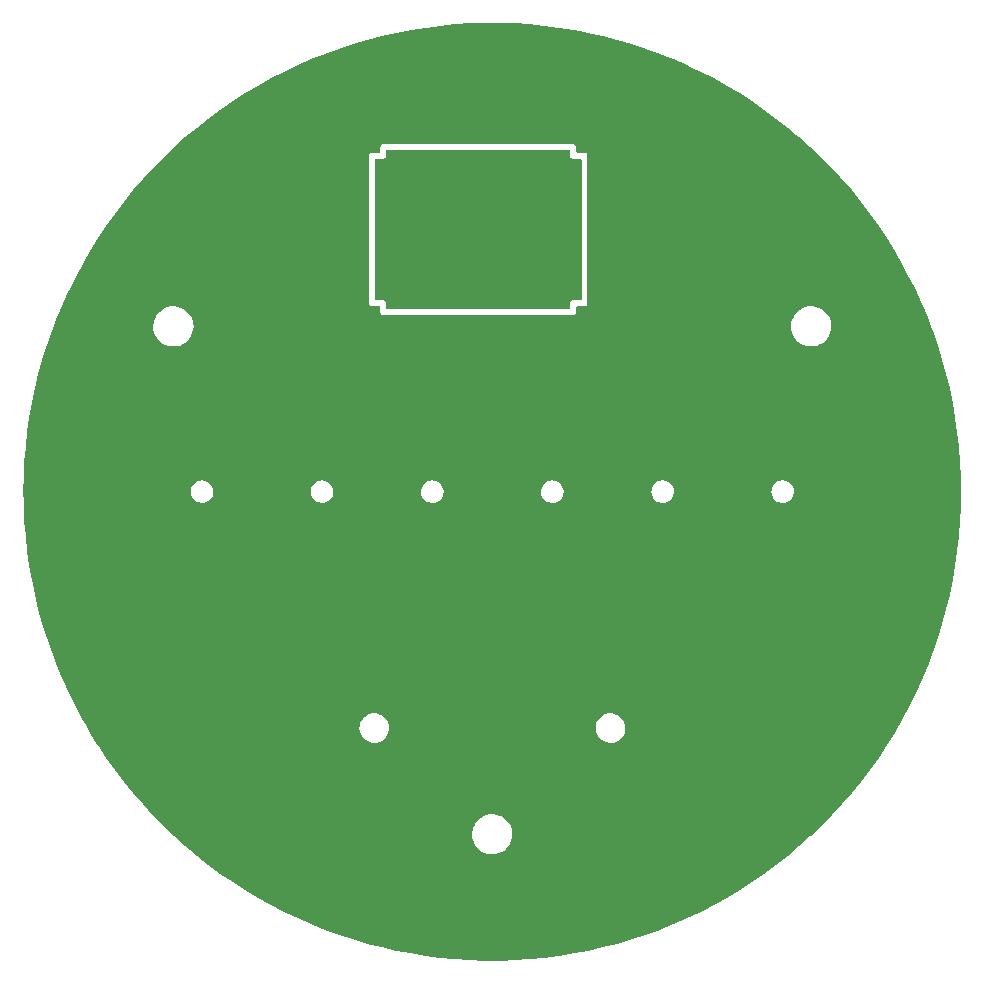
<source format=gbr>
%TF.GenerationSoftware,KiCad,Pcbnew,(7.0.0-0)*%
%TF.CreationDate,2023-03-07T20:42:41-06:00*%
%TF.ProjectId,RP2040_minimal,52503230-3430-45f6-9d69-6e696d616c2e,REV1*%
%TF.SameCoordinates,Original*%
%TF.FileFunction,Copper,L2,Bot*%
%TF.FilePolarity,Positive*%
%FSLAX46Y46*%
G04 Gerber Fmt 4.6, Leading zero omitted, Abs format (unit mm)*
G04 Created by KiCad (PCBNEW (7.0.0-0)) date 2023-03-07 20:42:41*
%MOMM*%
%LPD*%
G01*
G04 APERTURE LIST*
G04 APERTURE END LIST*
%TA.AperFunction,Conductor*%
%TO.N,GND*%
G36*
X6550625Y28946237D02*
G01*
X6586862Y28910000D01*
X6600125Y28860500D01*
X6600125Y28494426D01*
X6598223Y28475113D01*
X6595217Y28460000D01*
X6597119Y28450438D01*
X6600125Y28435326D01*
X6612756Y28371823D01*
X6612757Y28371820D01*
X6614659Y28362260D01*
X6670024Y28279399D01*
X6752885Y28224034D01*
X6850625Y28204592D01*
X6865737Y28207599D01*
X6885051Y28209500D01*
X7451125Y28209500D01*
X7500625Y28196237D01*
X7536862Y28160000D01*
X7550125Y28110500D01*
X7550125Y16309500D01*
X7536862Y16260000D01*
X7500625Y16223763D01*
X7451125Y16210500D01*
X6885051Y16210500D01*
X6865737Y16212402D01*
X6860187Y16213506D01*
X6850625Y16215408D01*
X6841063Y16213506D01*
X6825951Y16210500D01*
X6762447Y16197869D01*
X6762442Y16197868D01*
X6752885Y16195966D01*
X6744781Y16190552D01*
X6744778Y16190550D01*
X6678133Y16146020D01*
X6678130Y16146018D01*
X6670024Y16140601D01*
X6664607Y16132495D01*
X6664605Y16132492D01*
X6620075Y16065847D01*
X6620073Y16065844D01*
X6614659Y16057740D01*
X6612757Y16048183D01*
X6612756Y16048178D01*
X6604612Y16007233D01*
X6595217Y15960000D01*
X6597119Y15950438D01*
X6598223Y15944888D01*
X6600125Y15925574D01*
X6600125Y15559500D01*
X6586862Y15510000D01*
X6550625Y15473763D01*
X6501125Y15460500D01*
X-8881125Y15460500D01*
X-8930625Y15473763D01*
X-8966862Y15510000D01*
X-8980125Y15559500D01*
X-8980125Y15925574D01*
X-8978223Y15944888D01*
X-8977119Y15950438D01*
X-8975217Y15960000D01*
X-8994659Y16057740D01*
X-9050024Y16140601D01*
X-9132885Y16195966D01*
X-9142445Y16197868D01*
X-9142448Y16197869D01*
X-9205951Y16210500D01*
X-9221063Y16213506D01*
X-9230625Y16215408D01*
X-9240187Y16213506D01*
X-9245737Y16212402D01*
X-9265051Y16210500D01*
X-9831125Y16210500D01*
X-9880625Y16223763D01*
X-9916862Y16260000D01*
X-9930125Y16309500D01*
X-9930125Y28110500D01*
X-9916862Y28160000D01*
X-9880625Y28196237D01*
X-9831125Y28209500D01*
X-9265051Y28209500D01*
X-9245738Y28207599D01*
X-9230625Y28204592D01*
X-9132885Y28224034D01*
X-9050024Y28279399D01*
X-8994659Y28362260D01*
X-8980125Y28435326D01*
X-8975217Y28460000D01*
X-8978224Y28475113D01*
X-8980125Y28494426D01*
X-8980125Y28860500D01*
X-8966862Y28910000D01*
X-8930625Y28946237D01*
X-8881125Y28959500D01*
X6501125Y28959500D01*
X6550625Y28946237D01*
G37*
%TD.AperFunction*%
%TA.AperFunction,Conductor*%
G36*
X631446Y39694453D02*
G01*
X1887433Y39654584D01*
X1890490Y39654438D01*
X3144637Y39574735D01*
X3147726Y39574489D01*
X4398656Y39455040D01*
X4401768Y39454693D01*
X5605349Y39301093D01*
X5648300Y39295611D01*
X5651409Y39295163D01*
X6892177Y39096626D01*
X6895271Y39096081D01*
X7429066Y38993201D01*
X8129172Y38858267D01*
X8132236Y38857627D01*
X9358004Y38580774D01*
X9361028Y38580040D01*
X10577351Y38264448D01*
X10580378Y38263611D01*
X11786095Y37909581D01*
X11789078Y37908654D01*
X12982925Y37516556D01*
X12985892Y37515530D01*
X14166765Y37085728D01*
X14169665Y37084619D01*
X15336237Y36617593D01*
X15339129Y36616382D01*
X16490354Y36112554D01*
X16493150Y36111277D01*
X16910876Y35912439D01*
X17627812Y35571176D01*
X17630626Y35569781D01*
X18747539Y34993973D01*
X18750308Y34992489D01*
X19848377Y34381540D01*
X19851095Y34379971D01*
X20929254Y33734474D01*
X20931907Y33732827D01*
X21989018Y33053463D01*
X21991634Y33051723D01*
X23026669Y32339153D01*
X23029228Y32337331D01*
X24041144Y31592273D01*
X24043644Y31590370D01*
X25031416Y30813579D01*
X25033817Y30811628D01*
X25722706Y30233581D01*
X25996439Y30003891D01*
X25998813Y30001834D01*
X26935299Y29163984D01*
X26937607Y29161853D01*
X27847068Y28294683D01*
X27849307Y28292479D01*
X28730780Y27396908D01*
X28732948Y27394634D01*
X29225847Y26860995D01*
X29416589Y26654487D01*
X29585567Y26471543D01*
X29587648Y26469217D01*
X30410550Y25519537D01*
X30412569Y25517131D01*
X31204930Y24541815D01*
X31206872Y24539345D01*
X31967861Y23539417D01*
X31969724Y23536888D01*
X32698647Y22513258D01*
X32700428Y22510670D01*
X33396468Y21464488D01*
X33398167Y21461845D01*
X34060677Y20394083D01*
X34062291Y20391388D01*
X34690601Y19303121D01*
X34692128Y19300376D01*
X35229027Y18298301D01*
X35285586Y18192740D01*
X35287025Y18189948D01*
X35845026Y17064066D01*
X35846377Y17061229D01*
X36368401Y15918157D01*
X36369660Y15915279D01*
X36855129Y14756280D01*
X36856296Y14753366D01*
X37220264Y13800680D01*
X37304771Y13579485D01*
X37305840Y13576546D01*
X37357537Y13427178D01*
X37716837Y12389047D01*
X37717817Y12386062D01*
X38090924Y11186143D01*
X38091809Y11183129D01*
X38426660Y9971964D01*
X38427449Y9968923D01*
X38723704Y8747744D01*
X38724396Y8744680D01*
X38981753Y7514731D01*
X38982348Y7511646D01*
X39200559Y6274113D01*
X39201055Y6271011D01*
X39379884Y5027223D01*
X39380282Y5024107D01*
X39519562Y3775251D01*
X39519861Y3772124D01*
X39619448Y2519457D01*
X39619647Y2516322D01*
X39679437Y1261163D01*
X39679537Y1258023D01*
X39699475Y1572D01*
X39699475Y-1570D01*
X39679537Y-1258022D01*
X39679437Y-1261162D01*
X39619647Y-2516321D01*
X39619448Y-2519456D01*
X39519861Y-3772123D01*
X39519562Y-3775250D01*
X39380282Y-5024106D01*
X39379884Y-5027222D01*
X39201055Y-6271010D01*
X39200559Y-6274112D01*
X38982348Y-7511645D01*
X38981753Y-7514730D01*
X38724396Y-8744679D01*
X38723704Y-8747743D01*
X38427449Y-9968922D01*
X38426660Y-9971963D01*
X38091809Y-11183128D01*
X38090924Y-11186142D01*
X37717817Y-12386061D01*
X37716837Y-12389046D01*
X37305845Y-13576532D01*
X37304771Y-13579484D01*
X36856297Y-14753363D01*
X36855129Y-14756279D01*
X36369660Y-15915278D01*
X36368401Y-15918156D01*
X35846377Y-17061228D01*
X35845026Y-17064065D01*
X35287025Y-18189947D01*
X35285586Y-18192739D01*
X34692128Y-19300375D01*
X34690601Y-19303120D01*
X34062291Y-20391387D01*
X34060677Y-20394082D01*
X33398167Y-21461844D01*
X33396468Y-21464487D01*
X32700428Y-22510669D01*
X32698647Y-22513257D01*
X31969724Y-23536887D01*
X31967861Y-23539416D01*
X31206872Y-24539344D01*
X31204930Y-24541814D01*
X30412569Y-25517130D01*
X30410550Y-25519536D01*
X29587661Y-26469201D01*
X29585567Y-26471542D01*
X28732948Y-27394633D01*
X28730780Y-27396907D01*
X27849307Y-28292478D01*
X27847068Y-28294682D01*
X26937607Y-29161852D01*
X26935299Y-29163983D01*
X25998813Y-30001833D01*
X25996439Y-30003890D01*
X25033835Y-30811612D01*
X25031397Y-30813593D01*
X24043644Y-31590369D01*
X24041144Y-31592272D01*
X23029228Y-32337330D01*
X23026669Y-32339152D01*
X21991634Y-33051722D01*
X21989018Y-33053462D01*
X20931907Y-33732826D01*
X20929238Y-33734482D01*
X19851098Y-34379968D01*
X19848377Y-34381539D01*
X18750308Y-34992488D01*
X18747539Y-34993972D01*
X17630626Y-35569780D01*
X17627812Y-35571175D01*
X16493181Y-36111262D01*
X16490323Y-36112567D01*
X15339134Y-36616379D01*
X15336237Y-36617592D01*
X14169682Y-37084611D01*
X14166747Y-37085733D01*
X12985894Y-37515528D01*
X12982925Y-37516555D01*
X11789095Y-37908647D01*
X11786095Y-37909580D01*
X10580378Y-38263610D01*
X10577351Y-38264447D01*
X9361043Y-38580035D01*
X9357990Y-38580776D01*
X8132241Y-38857624D01*
X8129166Y-38858267D01*
X6895271Y-39096080D01*
X6892177Y-39096625D01*
X5651409Y-39295162D01*
X5648300Y-39295610D01*
X4401773Y-39454691D01*
X4398651Y-39455039D01*
X3147748Y-39574486D01*
X3144616Y-39574735D01*
X1890530Y-39654435D01*
X1887392Y-39654584D01*
X631446Y-39694453D01*
X628305Y-39694503D01*
X-628305Y-39694503D01*
X-631446Y-39694453D01*
X-1887393Y-39654584D01*
X-1890531Y-39654435D01*
X-3144617Y-39574735D01*
X-3147749Y-39574486D01*
X-4398652Y-39455039D01*
X-4401774Y-39454691D01*
X-5648301Y-39295610D01*
X-5651410Y-39295162D01*
X-6892178Y-39096625D01*
X-6895272Y-39096080D01*
X-8129167Y-38858267D01*
X-8132242Y-38857624D01*
X-9357991Y-38580776D01*
X-9361044Y-38580035D01*
X-10577352Y-38264447D01*
X-10580379Y-38263610D01*
X-11786096Y-37909580D01*
X-11789096Y-37908647D01*
X-12982926Y-37516555D01*
X-12985895Y-37515528D01*
X-14166748Y-37085733D01*
X-14169683Y-37084611D01*
X-15336238Y-36617592D01*
X-15339135Y-36616379D01*
X-16490324Y-36112567D01*
X-16493182Y-36111262D01*
X-17627813Y-35571175D01*
X-17630627Y-35569780D01*
X-18747540Y-34993972D01*
X-18750309Y-34992488D01*
X-19848378Y-34381539D01*
X-19851099Y-34379968D01*
X-20929239Y-33734482D01*
X-20931908Y-33732826D01*
X-21989019Y-33053462D01*
X-21991635Y-33051722D01*
X-23026670Y-32339152D01*
X-23029229Y-32337330D01*
X-24041145Y-31592272D01*
X-24043645Y-31590369D01*
X-25031398Y-30813593D01*
X-25033836Y-30811612D01*
X-25183766Y-30685806D01*
X-25627884Y-30313146D01*
X-25996440Y-30003890D01*
X-25998814Y-30001833D01*
X-26935300Y-29163983D01*
X-26937608Y-29161852D01*
X-27175864Y-28934675D01*
X-1704252Y-28934675D01*
X-1704107Y-28938460D01*
X-1704107Y-28938463D01*
X-1695504Y-29162924D01*
X-1694251Y-29195593D01*
X-1693531Y-29199309D01*
X-1693529Y-29199320D01*
X-1645261Y-29448202D01*
X-1645260Y-29448209D01*
X-1644538Y-29451927D01*
X-1556279Y-29697668D01*
X-1431541Y-29927057D01*
X-1273250Y-30134716D01*
X-1085114Y-30315778D01*
X-871544Y-30465999D01*
X-637547Y-30581859D01*
X-388605Y-30660641D01*
X-130555Y-30700500D01*
X63272Y-30700500D01*
X65177Y-30700500D01*
X260344Y-30685516D01*
X514586Y-30626021D01*
X756766Y-30528414D01*
X981208Y-30394982D01*
X1182652Y-30228852D01*
X1356375Y-30033920D01*
X1498306Y-29814753D01*
X1605118Y-29576489D01*
X1674307Y-29324713D01*
X1704252Y-29065325D01*
X1694251Y-28804407D01*
X1644538Y-28548073D01*
X1556279Y-28302332D01*
X1431541Y-28072943D01*
X1273250Y-27865284D01*
X1085114Y-27684222D01*
X871544Y-27534001D01*
X749410Y-27473528D01*
X640949Y-27419825D01*
X640944Y-27419823D01*
X637547Y-27418141D01*
X633931Y-27416996D01*
X633927Y-27416995D01*
X392227Y-27340505D01*
X392224Y-27340504D01*
X388605Y-27339359D01*
X384861Y-27338780D01*
X384854Y-27338779D01*
X134306Y-27300079D01*
X134301Y-27300078D01*
X130555Y-27299500D01*
X-65177Y-27299500D01*
X-67062Y-27299644D01*
X-67070Y-27299645D01*
X-256559Y-27314193D01*
X-256565Y-27314193D01*
X-260344Y-27314484D01*
X-264038Y-27315348D01*
X-264042Y-27315349D01*
X-510900Y-27373116D01*
X-510906Y-27373117D01*
X-514586Y-27373979D01*
X-518090Y-27375390D01*
X-518099Y-27375394D01*
X-753244Y-27470166D01*
X-753250Y-27470168D01*
X-756766Y-27471586D01*
X-760021Y-27473520D01*
X-760035Y-27473528D01*
X-977941Y-27603075D01*
X-977948Y-27603079D01*
X-981208Y-27605018D01*
X-984137Y-27607433D01*
X-984142Y-27607437D01*
X-1179725Y-27768733D01*
X-1179734Y-27768740D01*
X-1182652Y-27771148D01*
X-1185169Y-27773972D01*
X-1185176Y-27773979D01*
X-1353850Y-27963246D01*
X-1353854Y-27963251D01*
X-1356375Y-27966080D01*
X-1358433Y-27969257D01*
X-1358440Y-27969267D01*
X-1496244Y-28182062D01*
X-1496248Y-28182067D01*
X-1498306Y-28185247D01*
X-1499855Y-28188702D01*
X-1499857Y-28188706D01*
X-1603564Y-28420043D01*
X-1603567Y-28420050D01*
X-1605118Y-28423511D01*
X-1606124Y-28427170D01*
X-1606126Y-28427177D01*
X-1673301Y-28671623D01*
X-1673304Y-28671633D01*
X-1674307Y-28675287D01*
X-1674742Y-28679049D01*
X-1674743Y-28679058D01*
X-1703818Y-28930912D01*
X-1704252Y-28934675D01*
X-27175864Y-28934675D01*
X-27847069Y-28294682D01*
X-27849308Y-28292478D01*
X-28730781Y-27396907D01*
X-28732949Y-27394633D01*
X-29162385Y-26929703D01*
X-29585584Y-26471524D01*
X-29587646Y-26469219D01*
X-30410560Y-25519525D01*
X-30412570Y-25517130D01*
X-31204931Y-24541814D01*
X-31206873Y-24539344D01*
X-31967862Y-23539416D01*
X-31969725Y-23536887D01*
X-32698648Y-22513257D01*
X-32700429Y-22510669D01*
X-33396469Y-21464487D01*
X-33398168Y-21461844D01*
X-33539418Y-21234193D01*
X-34060683Y-20394075D01*
X-34062292Y-20391387D01*
X-34255737Y-20056330D01*
X-11254290Y-20056330D01*
X-11253695Y-20060728D01*
X-11253694Y-20060732D01*
X-11224672Y-20274986D01*
X-11224670Y-20274995D01*
X-11224075Y-20279387D01*
X-11222705Y-20283605D01*
X-11222704Y-20283607D01*
X-11155890Y-20489241D01*
X-11155887Y-20489249D01*
X-11154517Y-20493464D01*
X-11152413Y-20497374D01*
X-11152412Y-20497376D01*
X-11049961Y-20687763D01*
X-11049958Y-20687768D01*
X-11047852Y-20691681D01*
X-10907508Y-20867666D01*
X-10737996Y-21015765D01*
X-10544764Y-21131215D01*
X-10334024Y-21210307D01*
X-10112547Y-21250500D01*
X-9946068Y-21250500D01*
X-9943845Y-21250500D01*
X-9775812Y-21235377D01*
X-9558830Y-21175493D01*
X-9356027Y-21077829D01*
X-9173922Y-20945522D01*
X-9018368Y-20782825D01*
X-8894365Y-20594968D01*
X-8805897Y-20387988D01*
X-8755809Y-20168537D01*
X-8750770Y-20056330D01*
X8745710Y-20056330D01*
X8746305Y-20060728D01*
X8746306Y-20060732D01*
X8775328Y-20274986D01*
X8775330Y-20274995D01*
X8775925Y-20279387D01*
X8777295Y-20283605D01*
X8777296Y-20283607D01*
X8844110Y-20489241D01*
X8844113Y-20489249D01*
X8845483Y-20493464D01*
X8847587Y-20497374D01*
X8847588Y-20497376D01*
X8950039Y-20687763D01*
X8950042Y-20687768D01*
X8952148Y-20691681D01*
X9092492Y-20867666D01*
X9262004Y-21015765D01*
X9455236Y-21131215D01*
X9665976Y-21210307D01*
X9887453Y-21250500D01*
X10053932Y-21250500D01*
X10056155Y-21250500D01*
X10224188Y-21235377D01*
X10441170Y-21175493D01*
X10643973Y-21077829D01*
X10826078Y-20945522D01*
X10981632Y-20782825D01*
X11105635Y-20594968D01*
X11194103Y-20387988D01*
X11244191Y-20168537D01*
X11254290Y-19943670D01*
X11224075Y-19720613D01*
X11154517Y-19506536D01*
X11047852Y-19308319D01*
X10907508Y-19132334D01*
X10904159Y-19129408D01*
X10741343Y-18987159D01*
X10741341Y-18987158D01*
X10737996Y-18984235D01*
X10734182Y-18981956D01*
X10548581Y-18871065D01*
X10548576Y-18871062D01*
X10544764Y-18868785D01*
X10334024Y-18789693D01*
X10329654Y-18788899D01*
X10329647Y-18788898D01*
X10116917Y-18750293D01*
X10116916Y-18750292D01*
X10112547Y-18749500D01*
X9943845Y-18749500D01*
X9941642Y-18749698D01*
X9941625Y-18749699D01*
X9780242Y-18764224D01*
X9780238Y-18764224D01*
X9775812Y-18764623D01*
X9771526Y-18765805D01*
X9771525Y-18765806D01*
X9563114Y-18823324D01*
X9563107Y-18823326D01*
X9558830Y-18824507D01*
X9554831Y-18826432D01*
X9554825Y-18826435D01*
X9360030Y-18920242D01*
X9360019Y-18920248D01*
X9356027Y-18922171D01*
X9352437Y-18924778D01*
X9352434Y-18924781D01*
X9177515Y-19051867D01*
X9177511Y-19051870D01*
X9173922Y-19054478D01*
X9170856Y-19057683D01*
X9170851Y-19057689D01*
X9021439Y-19213962D01*
X9021434Y-19213967D01*
X9018368Y-19217175D01*
X9015926Y-19220872D01*
X9015919Y-19220883D01*
X8896815Y-19401319D01*
X8896810Y-19401326D01*
X8894365Y-19405032D01*
X8892618Y-19409119D01*
X8892616Y-19409123D01*
X8807646Y-19607918D01*
X8807643Y-19607926D01*
X8805897Y-19612012D01*
X8804907Y-19616347D01*
X8804906Y-19616352D01*
X8756797Y-19827131D01*
X8756795Y-19827139D01*
X8755809Y-19831463D01*
X8755609Y-19835896D01*
X8755609Y-19835903D01*
X8750570Y-19948110D01*
X8745710Y-20056330D01*
X-8750770Y-20056330D01*
X-8745710Y-19943670D01*
X-8775925Y-19720613D01*
X-8845483Y-19506536D01*
X-8952148Y-19308319D01*
X-9092492Y-19132334D01*
X-9095841Y-19129408D01*
X-9258657Y-18987159D01*
X-9258659Y-18987158D01*
X-9262004Y-18984235D01*
X-9265818Y-18981956D01*
X-9451419Y-18871065D01*
X-9451424Y-18871062D01*
X-9455236Y-18868785D01*
X-9665976Y-18789693D01*
X-9670346Y-18788899D01*
X-9670353Y-18788898D01*
X-9883083Y-18750293D01*
X-9883084Y-18750292D01*
X-9887453Y-18749500D01*
X-10056155Y-18749500D01*
X-10058358Y-18749698D01*
X-10058375Y-18749699D01*
X-10219758Y-18764224D01*
X-10219762Y-18764224D01*
X-10224188Y-18764623D01*
X-10228474Y-18765805D01*
X-10228475Y-18765806D01*
X-10436886Y-18823324D01*
X-10436893Y-18823326D01*
X-10441170Y-18824507D01*
X-10445169Y-18826432D01*
X-10445175Y-18826435D01*
X-10639970Y-18920242D01*
X-10639981Y-18920248D01*
X-10643973Y-18922171D01*
X-10647563Y-18924778D01*
X-10647566Y-18924781D01*
X-10822485Y-19051867D01*
X-10822489Y-19051870D01*
X-10826078Y-19054478D01*
X-10829144Y-19057683D01*
X-10829149Y-19057689D01*
X-10978561Y-19213962D01*
X-10978566Y-19213967D01*
X-10981632Y-19217175D01*
X-10984074Y-19220872D01*
X-10984081Y-19220883D01*
X-11103185Y-19401319D01*
X-11103190Y-19401326D01*
X-11105635Y-19405032D01*
X-11107382Y-19409119D01*
X-11107384Y-19409123D01*
X-11192354Y-19607918D01*
X-11192357Y-19607926D01*
X-11194103Y-19612012D01*
X-11195093Y-19616347D01*
X-11195094Y-19616352D01*
X-11243203Y-19827131D01*
X-11243205Y-19827139D01*
X-11244191Y-19831463D01*
X-11244391Y-19835896D01*
X-11244391Y-19835903D01*
X-11249430Y-19948110D01*
X-11254290Y-20056330D01*
X-34255737Y-20056330D01*
X-34318218Y-19948110D01*
X-34690607Y-19303112D01*
X-34692129Y-19300375D01*
X-34734720Y-19220883D01*
X-35285605Y-18192704D01*
X-35287008Y-18189983D01*
X-35705811Y-17344963D01*
X-35845027Y-17064065D01*
X-35846378Y-17061228D01*
X-36368402Y-15918156D01*
X-36369661Y-15915278D01*
X-36494954Y-15616156D01*
X-36855145Y-14756243D01*
X-36856284Y-14753398D01*
X-37304790Y-13579436D01*
X-37305828Y-13576581D01*
X-37716841Y-12389037D01*
X-37717818Y-12386061D01*
X-38090933Y-11186118D01*
X-38091810Y-11183128D01*
X-38426661Y-9971963D01*
X-38427450Y-9968922D01*
X-38723705Y-8747743D01*
X-38724397Y-8744679D01*
X-38741434Y-8663256D01*
X-38981758Y-7514710D01*
X-38982349Y-7511645D01*
X-39200569Y-6274060D01*
X-39201048Y-6271062D01*
X-39379886Y-5027221D01*
X-39380283Y-5024106D01*
X-39519563Y-3775250D01*
X-39519862Y-3772123D01*
X-39619453Y-2519402D01*
X-39619645Y-2516376D01*
X-39679439Y-1261148D01*
X-39679538Y-1258022D01*
X-39685035Y-911587D01*
X-39698732Y-48390D01*
X-25534176Y-48390D01*
X-25533417Y-53348D01*
X-25533416Y-53357D01*
X-25505665Y-234505D01*
X-25505664Y-234512D01*
X-25504903Y-239474D01*
X-25503159Y-244184D01*
X-25503158Y-244186D01*
X-25439510Y-416041D01*
X-25439507Y-416048D01*
X-25437764Y-420753D01*
X-25435108Y-425015D01*
X-25435107Y-425016D01*
X-25382549Y-509339D01*
X-25335509Y-584807D01*
X-25202323Y-724919D01*
X-25198209Y-727783D01*
X-25198207Y-727784D01*
X-25113709Y-786596D01*
X-25043658Y-835353D01*
X-24866012Y-911587D01*
X-24676656Y-950500D01*
X-24534305Y-950500D01*
X-24531794Y-950500D01*
X-24387679Y-935845D01*
X-24203232Y-877974D01*
X-24034209Y-784159D01*
X-23887532Y-658240D01*
X-23769204Y-505373D01*
X-23684070Y-331816D01*
X-23635615Y-144674D01*
X-23630732Y-48390D01*
X-15374176Y-48390D01*
X-15373417Y-53348D01*
X-15373416Y-53357D01*
X-15345665Y-234505D01*
X-15345664Y-234512D01*
X-15344903Y-239474D01*
X-15343159Y-244184D01*
X-15343158Y-244186D01*
X-15279510Y-416041D01*
X-15279507Y-416048D01*
X-15277764Y-420753D01*
X-15275108Y-425015D01*
X-15275107Y-425016D01*
X-15222549Y-509339D01*
X-15175509Y-584807D01*
X-15042323Y-724919D01*
X-15038209Y-727783D01*
X-15038207Y-727784D01*
X-14953709Y-786596D01*
X-14883658Y-835353D01*
X-14706012Y-911587D01*
X-14516656Y-950500D01*
X-14374305Y-950500D01*
X-14371794Y-950500D01*
X-14227679Y-935845D01*
X-14043232Y-877974D01*
X-13874209Y-784159D01*
X-13727532Y-658240D01*
X-13609204Y-505373D01*
X-13524070Y-331816D01*
X-13475615Y-144674D01*
X-13470732Y-48390D01*
X-6034176Y-48390D01*
X-6033417Y-53348D01*
X-6033416Y-53357D01*
X-6005665Y-234505D01*
X-6005664Y-234512D01*
X-6004903Y-239474D01*
X-6003159Y-244184D01*
X-6003158Y-244186D01*
X-5939510Y-416041D01*
X-5939507Y-416048D01*
X-5937764Y-420753D01*
X-5935108Y-425015D01*
X-5935107Y-425016D01*
X-5882549Y-509339D01*
X-5835509Y-584807D01*
X-5702323Y-724919D01*
X-5698209Y-727783D01*
X-5698207Y-727784D01*
X-5613709Y-786596D01*
X-5543658Y-835353D01*
X-5366012Y-911587D01*
X-5176656Y-950500D01*
X-5034305Y-950500D01*
X-5031794Y-950500D01*
X-4887679Y-935845D01*
X-4703232Y-877974D01*
X-4534209Y-784159D01*
X-4387532Y-658240D01*
X-4269204Y-505373D01*
X-4184070Y-331816D01*
X-4135615Y-144674D01*
X-4130732Y-48390D01*
X4125824Y-48390D01*
X4126583Y-53348D01*
X4126584Y-53357D01*
X4154335Y-234505D01*
X4154336Y-234512D01*
X4155097Y-239474D01*
X4156841Y-244184D01*
X4156842Y-244186D01*
X4220490Y-416041D01*
X4220493Y-416048D01*
X4222236Y-420753D01*
X4224892Y-425015D01*
X4224893Y-425016D01*
X4277451Y-509339D01*
X4324491Y-584807D01*
X4457677Y-724919D01*
X4461791Y-727783D01*
X4461793Y-727784D01*
X4546291Y-786596D01*
X4616342Y-835353D01*
X4793988Y-911587D01*
X4983344Y-950500D01*
X5125695Y-950500D01*
X5128206Y-950500D01*
X5272321Y-935845D01*
X5456768Y-877974D01*
X5625791Y-784159D01*
X5772468Y-658240D01*
X5890796Y-505373D01*
X5975930Y-331816D01*
X6024385Y-144674D01*
X6029268Y-48390D01*
X13465824Y-48390D01*
X13466583Y-53348D01*
X13466584Y-53357D01*
X13494335Y-234505D01*
X13494336Y-234512D01*
X13495097Y-239474D01*
X13496841Y-244184D01*
X13496842Y-244186D01*
X13560490Y-416041D01*
X13560493Y-416048D01*
X13562236Y-420753D01*
X13564892Y-425015D01*
X13564893Y-425016D01*
X13617451Y-509339D01*
X13664491Y-584807D01*
X13797677Y-724919D01*
X13801791Y-727783D01*
X13801793Y-727784D01*
X13886291Y-786596D01*
X13956342Y-835353D01*
X14133988Y-911587D01*
X14323344Y-950500D01*
X14465695Y-950500D01*
X14468206Y-950500D01*
X14612321Y-935845D01*
X14796768Y-877974D01*
X14965791Y-784159D01*
X15112468Y-658240D01*
X15230796Y-505373D01*
X15315930Y-331816D01*
X15364385Y-144674D01*
X15369268Y-48390D01*
X23625824Y-48390D01*
X23626583Y-53348D01*
X23626584Y-53357D01*
X23654335Y-234505D01*
X23654336Y-234512D01*
X23655097Y-239474D01*
X23656841Y-244184D01*
X23656842Y-244186D01*
X23720490Y-416041D01*
X23720493Y-416048D01*
X23722236Y-420753D01*
X23724892Y-425015D01*
X23724893Y-425016D01*
X23777451Y-509339D01*
X23824491Y-584807D01*
X23957677Y-724919D01*
X23961791Y-727783D01*
X23961793Y-727784D01*
X24046291Y-786596D01*
X24116342Y-835353D01*
X24293988Y-911587D01*
X24483344Y-950500D01*
X24625695Y-950500D01*
X24628206Y-950500D01*
X24772321Y-935845D01*
X24956768Y-877974D01*
X25125791Y-784159D01*
X25272468Y-658240D01*
X25390796Y-505373D01*
X25475930Y-331816D01*
X25524385Y-144674D01*
X25534176Y48390D01*
X25504903Y239474D01*
X25437764Y420753D01*
X25335509Y584807D01*
X25202323Y724919D01*
X25198208Y727783D01*
X25198206Y727785D01*
X25047779Y832485D01*
X25047776Y832487D01*
X25043658Y835353D01*
X25039042Y837334D01*
X25039040Y837335D01*
X24870620Y909610D01*
X24870616Y909612D01*
X24866012Y911587D01*
X24861108Y912595D01*
X24861101Y912597D01*
X24681567Y949491D01*
X24681564Y949492D01*
X24676656Y950500D01*
X24531794Y950500D01*
X24529297Y950247D01*
X24529295Y950246D01*
X24392677Y936354D01*
X24392669Y936353D01*
X24387679Y935845D01*
X24382893Y934344D01*
X24382886Y934342D01*
X24208021Y879477D01*
X24208017Y879476D01*
X24203232Y877974D01*
X24198850Y875543D01*
X24198841Y875538D01*
X24038600Y786597D01*
X24038594Y786594D01*
X24034209Y784159D01*
X24030403Y780893D01*
X24030399Y780889D01*
X23891338Y661509D01*
X23891329Y661501D01*
X23887532Y658240D01*
X23884466Y654280D01*
X23884462Y654275D01*
X23772274Y509340D01*
X23772271Y509336D01*
X23769204Y505373D01*
X23766997Y500875D01*
X23766994Y500869D01*
X23686278Y336319D01*
X23686275Y336313D01*
X23684070Y331816D01*
X23682815Y326973D01*
X23682812Y326962D01*
X23658874Y234506D01*
X23635615Y144674D01*
X23635361Y139666D01*
X23635360Y139659D01*
X23628278Y0D01*
X23625824Y-48390D01*
X15369268Y-48390D01*
X15374176Y48390D01*
X15344903Y239474D01*
X15277764Y420753D01*
X15175509Y584807D01*
X15042323Y724919D01*
X15038208Y727783D01*
X15038206Y727785D01*
X14887779Y832485D01*
X14887776Y832487D01*
X14883658Y835353D01*
X14879042Y837334D01*
X14879040Y837335D01*
X14710620Y909610D01*
X14710616Y909612D01*
X14706012Y911587D01*
X14701108Y912595D01*
X14701101Y912597D01*
X14521567Y949491D01*
X14521564Y949492D01*
X14516656Y950500D01*
X14371794Y950500D01*
X14369297Y950247D01*
X14369295Y950246D01*
X14232677Y936354D01*
X14232669Y936353D01*
X14227679Y935845D01*
X14222893Y934344D01*
X14222886Y934342D01*
X14048021Y879477D01*
X14048017Y879476D01*
X14043232Y877974D01*
X14038850Y875543D01*
X14038841Y875538D01*
X13878600Y786597D01*
X13878594Y786594D01*
X13874209Y784159D01*
X13870403Y780893D01*
X13870399Y780889D01*
X13731338Y661509D01*
X13731329Y661501D01*
X13727532Y658240D01*
X13724466Y654280D01*
X13724462Y654275D01*
X13612274Y509340D01*
X13612271Y509336D01*
X13609204Y505373D01*
X13606997Y500875D01*
X13606994Y500869D01*
X13526278Y336319D01*
X13526275Y336313D01*
X13524070Y331816D01*
X13522815Y326973D01*
X13522812Y326962D01*
X13498874Y234506D01*
X13475615Y144674D01*
X13475361Y139666D01*
X13475360Y139659D01*
X13468278Y0D01*
X13465824Y-48390D01*
X6029268Y-48390D01*
X6034176Y48390D01*
X6004903Y239474D01*
X5937764Y420753D01*
X5835509Y584807D01*
X5702323Y724919D01*
X5698208Y727783D01*
X5698206Y727785D01*
X5547779Y832485D01*
X5547776Y832487D01*
X5543658Y835353D01*
X5539042Y837334D01*
X5539040Y837335D01*
X5370620Y909610D01*
X5370616Y909612D01*
X5366012Y911587D01*
X5361108Y912595D01*
X5361101Y912597D01*
X5181567Y949491D01*
X5181564Y949492D01*
X5176656Y950500D01*
X5031794Y950500D01*
X5029297Y950247D01*
X5029295Y950246D01*
X4892677Y936354D01*
X4892669Y936353D01*
X4887679Y935845D01*
X4882893Y934344D01*
X4882886Y934342D01*
X4708021Y879477D01*
X4708017Y879476D01*
X4703232Y877974D01*
X4698850Y875543D01*
X4698841Y875538D01*
X4538600Y786597D01*
X4538594Y786594D01*
X4534209Y784159D01*
X4530403Y780893D01*
X4530399Y780889D01*
X4391338Y661509D01*
X4391329Y661501D01*
X4387532Y658240D01*
X4384466Y654280D01*
X4384462Y654275D01*
X4272274Y509340D01*
X4272271Y509336D01*
X4269204Y505373D01*
X4266997Y500875D01*
X4266994Y500869D01*
X4186278Y336319D01*
X4186275Y336313D01*
X4184070Y331816D01*
X4182815Y326973D01*
X4182812Y326962D01*
X4158874Y234506D01*
X4135615Y144674D01*
X4135361Y139666D01*
X4135360Y139659D01*
X4128278Y0D01*
X4125824Y-48390D01*
X-4130732Y-48390D01*
X-4125824Y48390D01*
X-4155097Y239474D01*
X-4222236Y420753D01*
X-4324491Y584807D01*
X-4457677Y724919D01*
X-4461792Y727783D01*
X-4461794Y727785D01*
X-4612221Y832485D01*
X-4612224Y832487D01*
X-4616342Y835353D01*
X-4620958Y837334D01*
X-4620960Y837335D01*
X-4789380Y909610D01*
X-4789384Y909612D01*
X-4793988Y911587D01*
X-4798892Y912595D01*
X-4798899Y912597D01*
X-4978433Y949491D01*
X-4978436Y949492D01*
X-4983344Y950500D01*
X-5128206Y950500D01*
X-5130703Y950247D01*
X-5130705Y950246D01*
X-5267323Y936354D01*
X-5267331Y936353D01*
X-5272321Y935845D01*
X-5277107Y934344D01*
X-5277114Y934342D01*
X-5451979Y879477D01*
X-5451983Y879476D01*
X-5456768Y877974D01*
X-5461150Y875543D01*
X-5461159Y875538D01*
X-5621400Y786597D01*
X-5621406Y786594D01*
X-5625791Y784159D01*
X-5629597Y780893D01*
X-5629601Y780889D01*
X-5768662Y661509D01*
X-5768671Y661501D01*
X-5772468Y658240D01*
X-5775534Y654280D01*
X-5775538Y654275D01*
X-5887726Y509340D01*
X-5887729Y509336D01*
X-5890796Y505373D01*
X-5893003Y500875D01*
X-5893006Y500869D01*
X-5973722Y336319D01*
X-5973725Y336313D01*
X-5975930Y331816D01*
X-5977185Y326973D01*
X-5977188Y326962D01*
X-6001126Y234506D01*
X-6024385Y144674D01*
X-6024639Y139666D01*
X-6024640Y139659D01*
X-6031722Y0D01*
X-6034176Y-48390D01*
X-13470732Y-48390D01*
X-13465824Y48390D01*
X-13495097Y239474D01*
X-13562236Y420753D01*
X-13664491Y584807D01*
X-13797677Y724919D01*
X-13801792Y727783D01*
X-13801794Y727785D01*
X-13952221Y832485D01*
X-13952224Y832487D01*
X-13956342Y835353D01*
X-13960958Y837334D01*
X-13960960Y837335D01*
X-14129380Y909610D01*
X-14129384Y909612D01*
X-14133988Y911587D01*
X-14138892Y912595D01*
X-14138899Y912597D01*
X-14318433Y949491D01*
X-14318436Y949492D01*
X-14323344Y950500D01*
X-14468206Y950500D01*
X-14470703Y950247D01*
X-14470705Y950246D01*
X-14607323Y936354D01*
X-14607331Y936353D01*
X-14612321Y935845D01*
X-14617107Y934344D01*
X-14617114Y934342D01*
X-14791979Y879477D01*
X-14791983Y879476D01*
X-14796768Y877974D01*
X-14801150Y875543D01*
X-14801159Y875538D01*
X-14961400Y786597D01*
X-14961406Y786594D01*
X-14965791Y784159D01*
X-14969597Y780893D01*
X-14969601Y780889D01*
X-15108662Y661509D01*
X-15108671Y661501D01*
X-15112468Y658240D01*
X-15115534Y654280D01*
X-15115538Y654275D01*
X-15227726Y509340D01*
X-15227729Y509336D01*
X-15230796Y505373D01*
X-15233003Y500875D01*
X-15233006Y500869D01*
X-15313722Y336319D01*
X-15313725Y336313D01*
X-15315930Y331816D01*
X-15317185Y326973D01*
X-15317188Y326962D01*
X-15341126Y234506D01*
X-15364385Y144674D01*
X-15364639Y139666D01*
X-15364640Y139659D01*
X-15371722Y0D01*
X-15374176Y-48390D01*
X-23630732Y-48390D01*
X-23625824Y48390D01*
X-23655097Y239474D01*
X-23722236Y420753D01*
X-23824491Y584807D01*
X-23957677Y724919D01*
X-23961792Y727783D01*
X-23961794Y727785D01*
X-24112221Y832485D01*
X-24112224Y832487D01*
X-24116342Y835353D01*
X-24120958Y837334D01*
X-24120960Y837335D01*
X-24289380Y909610D01*
X-24289384Y909612D01*
X-24293988Y911587D01*
X-24298892Y912595D01*
X-24298899Y912597D01*
X-24478433Y949491D01*
X-24478436Y949492D01*
X-24483344Y950500D01*
X-24628206Y950500D01*
X-24630703Y950247D01*
X-24630705Y950246D01*
X-24767323Y936354D01*
X-24767331Y936353D01*
X-24772321Y935845D01*
X-24777107Y934344D01*
X-24777114Y934342D01*
X-24951979Y879477D01*
X-24951983Y879476D01*
X-24956768Y877974D01*
X-24961150Y875543D01*
X-24961159Y875538D01*
X-25121400Y786597D01*
X-25121406Y786594D01*
X-25125791Y784159D01*
X-25129597Y780893D01*
X-25129601Y780889D01*
X-25268662Y661509D01*
X-25268671Y661501D01*
X-25272468Y658240D01*
X-25275534Y654280D01*
X-25275538Y654275D01*
X-25387726Y509340D01*
X-25387729Y509336D01*
X-25390796Y505373D01*
X-25393003Y500875D01*
X-25393006Y500869D01*
X-25473722Y336319D01*
X-25473725Y336313D01*
X-25475930Y331816D01*
X-25477185Y326973D01*
X-25477188Y326962D01*
X-25501126Y234506D01*
X-25524385Y144674D01*
X-25524639Y139666D01*
X-25524640Y139659D01*
X-25531722Y0D01*
X-25534176Y-48390D01*
X-39698732Y-48390D01*
X-39699476Y-1512D01*
X-39699476Y1512D01*
X-39679538Y1258039D01*
X-39679438Y1261163D01*
X-39679206Y1266025D01*
X-39619645Y2516381D01*
X-39619453Y2519399D01*
X-39519859Y3772158D01*
X-39519567Y3775217D01*
X-39380282Y5024116D01*
X-39379885Y5027223D01*
X-39376378Y5051615D01*
X-39201047Y6271073D01*
X-39200570Y6274052D01*
X-38982344Y7511678D01*
X-38981761Y7514699D01*
X-38724395Y8744692D01*
X-38723705Y8747744D01*
X-38712880Y8792366D01*
X-38427442Y9968956D01*
X-38426670Y9971931D01*
X-38091799Y11183170D01*
X-38090938Y11186102D01*
X-37717810Y12386090D01*
X-37716848Y12389019D01*
X-37305821Y13576603D01*
X-37304798Y13579417D01*
X-37119159Y14065325D01*
X-28704252Y14065325D01*
X-28704107Y14061540D01*
X-28704107Y14061537D01*
X-28699245Y13934675D01*
X-28694251Y13804407D01*
X-28693531Y13800691D01*
X-28693529Y13800680D01*
X-28645261Y13551798D01*
X-28645260Y13551791D01*
X-28644538Y13548073D01*
X-28556279Y13302332D01*
X-28431541Y13072943D01*
X-28273250Y12865284D01*
X-28085114Y12684222D01*
X-27871544Y12534001D01*
X-27637547Y12418141D01*
X-27388605Y12339359D01*
X-27130555Y12299500D01*
X-26936728Y12299500D01*
X-26934823Y12299500D01*
X-26739656Y12314484D01*
X-26485414Y12373979D01*
X-26243234Y12471586D01*
X-26018792Y12605018D01*
X-25817348Y12771148D01*
X-25643625Y12966080D01*
X-25501694Y13185247D01*
X-25394882Y13423511D01*
X-25325693Y13675287D01*
X-25295748Y13934675D01*
X-25300756Y14065325D01*
X25295748Y14065325D01*
X25295893Y14061540D01*
X25295893Y14061537D01*
X25300755Y13934675D01*
X25305749Y13804407D01*
X25306469Y13800691D01*
X25306471Y13800680D01*
X25354739Y13551798D01*
X25354740Y13551791D01*
X25355462Y13548073D01*
X25443721Y13302332D01*
X25568459Y13072943D01*
X25726750Y12865284D01*
X25914886Y12684222D01*
X26128456Y12534001D01*
X26362453Y12418141D01*
X26611395Y12339359D01*
X26869445Y12299500D01*
X27063272Y12299500D01*
X27065177Y12299500D01*
X27260344Y12314484D01*
X27514586Y12373979D01*
X27756766Y12471586D01*
X27981208Y12605018D01*
X28182652Y12771148D01*
X28356375Y12966080D01*
X28498306Y13185247D01*
X28605118Y13423511D01*
X28674307Y13675287D01*
X28704252Y13934675D01*
X28694251Y14195593D01*
X28644538Y14451927D01*
X28556279Y14697668D01*
X28431541Y14927057D01*
X28273250Y15134716D01*
X28085114Y15315778D01*
X27871544Y15465999D01*
X27868137Y15467686D01*
X27640949Y15580175D01*
X27640944Y15580177D01*
X27637547Y15581859D01*
X27633931Y15583004D01*
X27633927Y15583005D01*
X27392227Y15659495D01*
X27392224Y15659496D01*
X27388605Y15660641D01*
X27384861Y15661220D01*
X27384854Y15661221D01*
X27134306Y15699921D01*
X27134301Y15699922D01*
X27130555Y15700500D01*
X26934823Y15700500D01*
X26932938Y15700356D01*
X26932930Y15700355D01*
X26743441Y15685807D01*
X26743435Y15685807D01*
X26739656Y15685516D01*
X26735962Y15684652D01*
X26735958Y15684651D01*
X26489100Y15626884D01*
X26489094Y15626883D01*
X26485414Y15626021D01*
X26481910Y15624610D01*
X26481901Y15624606D01*
X26246756Y15529834D01*
X26246750Y15529832D01*
X26243234Y15528414D01*
X26239979Y15526480D01*
X26239965Y15526472D01*
X26022059Y15396925D01*
X26022052Y15396921D01*
X26018792Y15394982D01*
X26015863Y15392567D01*
X26015858Y15392563D01*
X25820275Y15231267D01*
X25820266Y15231260D01*
X25817348Y15228852D01*
X25814831Y15226028D01*
X25814824Y15226021D01*
X25646150Y15036754D01*
X25646146Y15036749D01*
X25643625Y15033920D01*
X25641567Y15030743D01*
X25641560Y15030733D01*
X25503756Y14817938D01*
X25503752Y14817933D01*
X25501694Y14814753D01*
X25500145Y14811298D01*
X25500143Y14811294D01*
X25396436Y14579957D01*
X25396433Y14579950D01*
X25394882Y14576489D01*
X25393876Y14572830D01*
X25393874Y14572823D01*
X25326699Y14328377D01*
X25326696Y14328367D01*
X25325693Y14324713D01*
X25325258Y14320951D01*
X25325257Y14320942D01*
X25296182Y14069088D01*
X25295748Y14065325D01*
X-25300756Y14065325D01*
X-25305749Y14195593D01*
X-25355462Y14451927D01*
X-25443721Y14697668D01*
X-25568459Y14927057D01*
X-25726750Y15134716D01*
X-25914886Y15315778D01*
X-26128456Y15465999D01*
X-26131863Y15467686D01*
X-26359051Y15580175D01*
X-26359056Y15580177D01*
X-26362453Y15581859D01*
X-26366069Y15583004D01*
X-26366073Y15583005D01*
X-26607773Y15659495D01*
X-26607776Y15659496D01*
X-26611395Y15660641D01*
X-26615139Y15661220D01*
X-26615146Y15661221D01*
X-26865694Y15699921D01*
X-26865699Y15699922D01*
X-26869445Y15700500D01*
X-27065177Y15700500D01*
X-27067062Y15700356D01*
X-27067070Y15700355D01*
X-27256559Y15685807D01*
X-27256565Y15685807D01*
X-27260344Y15685516D01*
X-27264038Y15684652D01*
X-27264042Y15684651D01*
X-27510900Y15626884D01*
X-27510906Y15626883D01*
X-27514586Y15626021D01*
X-27518090Y15624610D01*
X-27518099Y15624606D01*
X-27753244Y15529834D01*
X-27753250Y15529832D01*
X-27756766Y15528414D01*
X-27760021Y15526480D01*
X-27760035Y15526472D01*
X-27977941Y15396925D01*
X-27977948Y15396921D01*
X-27981208Y15394982D01*
X-27984137Y15392567D01*
X-27984142Y15392563D01*
X-28179725Y15231267D01*
X-28179734Y15231260D01*
X-28182652Y15228852D01*
X-28185169Y15226028D01*
X-28185176Y15226021D01*
X-28353850Y15036754D01*
X-28353854Y15036749D01*
X-28356375Y15033920D01*
X-28358433Y15030743D01*
X-28358440Y15030733D01*
X-28496244Y14817938D01*
X-28496248Y14817933D01*
X-28498306Y14814753D01*
X-28499855Y14811298D01*
X-28499857Y14811294D01*
X-28603564Y14579957D01*
X-28603567Y14579950D01*
X-28605118Y14576489D01*
X-28606124Y14572830D01*
X-28606126Y14572823D01*
X-28673301Y14328377D01*
X-28673304Y14328367D01*
X-28674307Y14324713D01*
X-28674742Y14320951D01*
X-28674743Y14320942D01*
X-28703818Y14069088D01*
X-28704252Y14065325D01*
X-37119159Y14065325D01*
X-36856276Y14753420D01*
X-36855154Y14756223D01*
X-36369657Y15915290D01*
X-36368402Y15918157D01*
X-36349293Y15960000D01*
X-10436033Y15960000D01*
X-10434131Y15950438D01*
X-10431125Y15935326D01*
X-10418494Y15871823D01*
X-10418493Y15871820D01*
X-10416591Y15862260D01*
X-10361226Y15779399D01*
X-10278365Y15724034D01*
X-10180625Y15704592D01*
X-10165513Y15707599D01*
X-10146199Y15709500D01*
X-9580125Y15709500D01*
X-9530625Y15696237D01*
X-9494388Y15660000D01*
X-9481125Y15610500D01*
X-9481125Y15244426D01*
X-9483027Y15225113D01*
X-9486033Y15210000D01*
X-9484131Y15200438D01*
X-9481125Y15185326D01*
X-9468494Y15121823D01*
X-9468493Y15121820D01*
X-9466591Y15112260D01*
X-9411226Y15029399D01*
X-9328365Y14974034D01*
X-9230625Y14954592D01*
X-9215513Y14957599D01*
X-9196199Y14959500D01*
X6816199Y14959500D01*
X6835512Y14957599D01*
X6850625Y14954592D01*
X6948365Y14974034D01*
X7031226Y15029399D01*
X7086591Y15112260D01*
X7101125Y15185326D01*
X7106033Y15210000D01*
X7103026Y15225113D01*
X7101125Y15244426D01*
X7101125Y15610500D01*
X7114388Y15660000D01*
X7150625Y15696237D01*
X7200125Y15709500D01*
X7766199Y15709500D01*
X7785512Y15707599D01*
X7800625Y15704592D01*
X7898365Y15724034D01*
X7981226Y15779399D01*
X8036591Y15862260D01*
X8051125Y15935326D01*
X8056033Y15960000D01*
X8053026Y15975113D01*
X8051125Y15994426D01*
X8051125Y28425574D01*
X8053027Y28444888D01*
X8054131Y28450438D01*
X8056033Y28460000D01*
X8036591Y28557740D01*
X7981226Y28640601D01*
X7898365Y28695966D01*
X7888805Y28697868D01*
X7888802Y28697869D01*
X7825299Y28710500D01*
X7810187Y28713506D01*
X7800625Y28715408D01*
X7791063Y28713506D01*
X7785513Y28712402D01*
X7766199Y28710500D01*
X7200125Y28710500D01*
X7150625Y28723763D01*
X7114388Y28760000D01*
X7101125Y28809500D01*
X7101125Y29175574D01*
X7103027Y29194888D01*
X7104131Y29200438D01*
X7106033Y29210000D01*
X7086591Y29307740D01*
X7031226Y29390601D01*
X6948365Y29445966D01*
X6938805Y29447868D01*
X6938802Y29447869D01*
X6875299Y29460500D01*
X6860187Y29463506D01*
X6850625Y29465408D01*
X6841063Y29463506D01*
X6835513Y29462402D01*
X6816199Y29460500D01*
X-9196199Y29460500D01*
X-9215513Y29462402D01*
X-9221063Y29463506D01*
X-9230625Y29465408D01*
X-9240187Y29463506D01*
X-9255299Y29460500D01*
X-9318803Y29447869D01*
X-9318808Y29447868D01*
X-9328365Y29445966D01*
X-9336469Y29440552D01*
X-9336472Y29440550D01*
X-9403117Y29396020D01*
X-9403120Y29396018D01*
X-9411226Y29390601D01*
X-9416643Y29382495D01*
X-9416645Y29382492D01*
X-9461175Y29315847D01*
X-9461177Y29315844D01*
X-9466591Y29307740D01*
X-9468493Y29298183D01*
X-9468494Y29298178D01*
X-9484131Y29219562D01*
X-9486033Y29210000D01*
X-9484131Y29200438D01*
X-9483027Y29194888D01*
X-9481125Y29175574D01*
X-9481125Y28809500D01*
X-9494388Y28760000D01*
X-9530625Y28723763D01*
X-9580125Y28710500D01*
X-10146199Y28710500D01*
X-10165513Y28712402D01*
X-10171063Y28713506D01*
X-10180625Y28715408D01*
X-10190187Y28713506D01*
X-10205299Y28710500D01*
X-10268803Y28697869D01*
X-10268808Y28697868D01*
X-10278365Y28695966D01*
X-10286469Y28690552D01*
X-10286472Y28690550D01*
X-10353117Y28646020D01*
X-10353120Y28646018D01*
X-10361226Y28640601D01*
X-10366643Y28632495D01*
X-10366645Y28632492D01*
X-10411175Y28565847D01*
X-10411177Y28565844D01*
X-10416591Y28557740D01*
X-10418493Y28548183D01*
X-10418494Y28548178D01*
X-10428022Y28500273D01*
X-10436033Y28460000D01*
X-10434131Y28450438D01*
X-10433027Y28444888D01*
X-10431125Y28425574D01*
X-10431125Y15994426D01*
X-10433027Y15975113D01*
X-10436033Y15960000D01*
X-36349293Y15960000D01*
X-36342391Y15975112D01*
X-35846372Y17061242D01*
X-35845027Y17064066D01*
X-35796869Y17161235D01*
X-35286995Y18190010D01*
X-35285619Y18192680D01*
X-34692110Y19300412D01*
X-34690622Y19303087D01*
X-34062272Y20391423D01*
X-34060700Y20394048D01*
X-33398143Y21461885D01*
X-33396495Y21464449D01*
X-32700406Y22510705D01*
X-32698672Y22513225D01*
X-31969703Y23536919D01*
X-31967886Y23539386D01*
X-31206855Y24539370D01*
X-31204951Y24541791D01*
X-30412536Y25517173D01*
X-30410586Y25519496D01*
X-29587618Y26469252D01*
X-29585612Y26471494D01*
X-28732936Y27394648D01*
X-28730781Y27396908D01*
X-28028422Y28110500D01*
X-27849287Y28292501D01*
X-27847092Y28294662D01*
X-26937584Y29161876D01*
X-26935325Y29163962D01*
X-25998787Y30001858D01*
X-25996467Y30003869D01*
X-25033787Y30811654D01*
X-25031448Y30813554D01*
X-24043625Y31590386D01*
X-24041165Y31592259D01*
X-23029200Y32337353D01*
X-23026700Y32339132D01*
X-21991607Y33051742D01*
X-21989047Y33053445D01*
X-20931866Y33732854D01*
X-20929283Y33734456D01*
X-19851069Y34379987D01*
X-19848409Y34381523D01*
X-18750286Y34992502D01*
X-18747563Y34993961D01*
X-17630611Y35569790D01*
X-17627829Y35571169D01*
X-16493128Y36111289D01*
X-16490379Y36112543D01*
X-15339108Y36616392D01*
X-15336266Y36617582D01*
X-14169645Y37084627D01*
X-14166786Y37085720D01*
X-12985874Y37515537D01*
X-12982949Y37516549D01*
X-11789061Y37908660D01*
X-11786115Y37909576D01*
X-10580378Y38263612D01*
X-10577371Y38264443D01*
X-9361015Y38580044D01*
X-9358019Y38580771D01*
X-8132224Y38857629D01*
X-8129186Y38858265D01*
X-6895266Y39096083D01*
X-6892185Y39096625D01*
X-5651402Y39295165D01*
X-5648309Y39295610D01*
X-4401763Y39454694D01*
X-4398664Y39455039D01*
X-3147722Y39574490D01*
X-3144643Y39574734D01*
X-1890488Y39654439D01*
X-1887437Y39654583D01*
X-631447Y39694453D01*
X-628305Y39694503D01*
X628305Y39694503D01*
X631446Y39694453D01*
G37*
%TD.AperFunction*%
%TD*%
M02*

</source>
